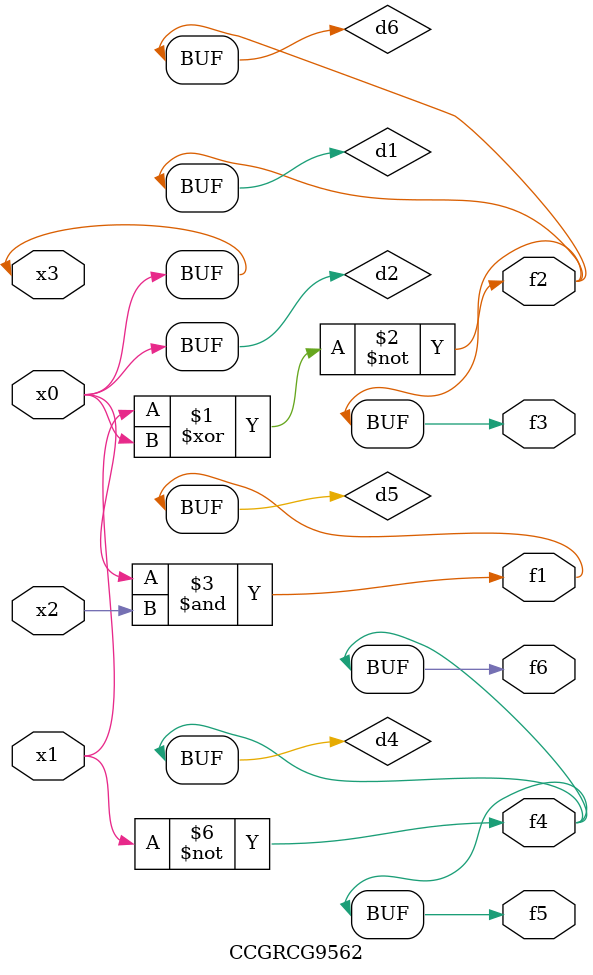
<source format=v>
module CCGRCG9562(
	input x0, x1, x2, x3,
	output f1, f2, f3, f4, f5, f6
);

	wire d1, d2, d3, d4, d5, d6;

	xnor (d1, x1, x3);
	buf (d2, x0, x3);
	nand (d3, x0, x2);
	not (d4, x1);
	nand (d5, d3);
	or (d6, d1);
	assign f1 = d5;
	assign f2 = d6;
	assign f3 = d6;
	assign f4 = d4;
	assign f5 = d4;
	assign f6 = d4;
endmodule

</source>
